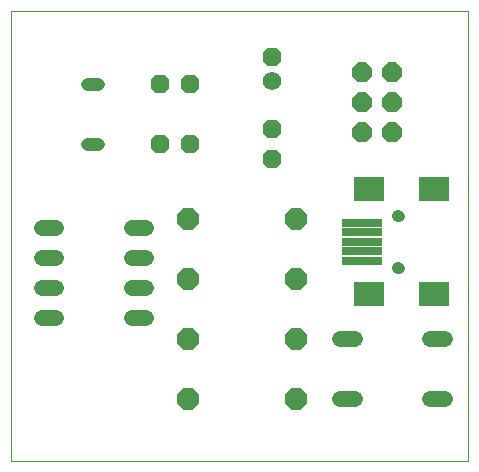
<source format=gts>
G75*
%MOIN*%
%OFA0B0*%
%FSLAX24Y24*%
%IPPOS*%
%LPD*%
%AMOC8*
5,1,8,0,0,1.08239X$1,22.5*
%
%ADD10C,0.0000*%
%ADD11OC8,0.0620*%
%ADD12C,0.0620*%
%ADD13C,0.0540*%
%ADD14C,0.0440*%
%ADD15OC8,0.0720*%
%ADD16R,0.1044X0.0847*%
%ADD17R,0.1359X0.0257*%
%ADD18C,0.0414*%
%ADD19OC8,0.0660*%
D10*
X000180Y000180D02*
X000180Y015176D01*
X015400Y015176D01*
X015400Y000180D01*
X000180Y000180D01*
X012903Y006614D02*
X012905Y006640D01*
X012911Y006666D01*
X012921Y006691D01*
X012934Y006714D01*
X012950Y006734D01*
X012970Y006752D01*
X012992Y006767D01*
X013015Y006779D01*
X013041Y006787D01*
X013067Y006791D01*
X013093Y006791D01*
X013119Y006787D01*
X013145Y006779D01*
X013169Y006767D01*
X013190Y006752D01*
X013210Y006734D01*
X013226Y006714D01*
X013239Y006691D01*
X013249Y006666D01*
X013255Y006640D01*
X013257Y006614D01*
X013255Y006588D01*
X013249Y006562D01*
X013239Y006537D01*
X013226Y006514D01*
X013210Y006494D01*
X013190Y006476D01*
X013168Y006461D01*
X013145Y006449D01*
X013119Y006441D01*
X013093Y006437D01*
X013067Y006437D01*
X013041Y006441D01*
X013015Y006449D01*
X012991Y006461D01*
X012970Y006476D01*
X012950Y006494D01*
X012934Y006514D01*
X012921Y006537D01*
X012911Y006562D01*
X012905Y006588D01*
X012903Y006614D01*
X012903Y008346D02*
X012905Y008372D01*
X012911Y008398D01*
X012921Y008423D01*
X012934Y008446D01*
X012950Y008466D01*
X012970Y008484D01*
X012992Y008499D01*
X013015Y008511D01*
X013041Y008519D01*
X013067Y008523D01*
X013093Y008523D01*
X013119Y008519D01*
X013145Y008511D01*
X013169Y008499D01*
X013190Y008484D01*
X013210Y008466D01*
X013226Y008446D01*
X013239Y008423D01*
X013249Y008398D01*
X013255Y008372D01*
X013257Y008346D01*
X013255Y008320D01*
X013249Y008294D01*
X013239Y008269D01*
X013226Y008246D01*
X013210Y008226D01*
X013190Y008208D01*
X013168Y008193D01*
X013145Y008181D01*
X013119Y008173D01*
X013093Y008169D01*
X013067Y008169D01*
X013041Y008173D01*
X013015Y008181D01*
X012991Y008193D01*
X012970Y008208D01*
X012950Y008226D01*
X012934Y008246D01*
X012921Y008269D01*
X012911Y008294D01*
X012905Y008320D01*
X012903Y008346D01*
D11*
X008880Y010230D03*
X008880Y011230D03*
X008880Y013630D03*
X006130Y012730D03*
X005130Y012730D03*
X005130Y010730D03*
X006130Y010730D03*
D12*
X008880Y012830D03*
D13*
X004670Y007930D02*
X004190Y007930D01*
X004190Y006930D02*
X004670Y006930D01*
X004670Y005930D02*
X004190Y005930D01*
X004190Y004930D02*
X004670Y004930D01*
X001670Y004930D02*
X001190Y004930D01*
X001190Y005930D02*
X001670Y005930D01*
X001670Y006930D02*
X001190Y006930D01*
X001190Y007930D02*
X001670Y007930D01*
X011140Y004230D02*
X011620Y004230D01*
X011620Y002230D02*
X011140Y002230D01*
X014140Y002230D02*
X014620Y002230D01*
X014620Y004230D02*
X014140Y004230D01*
D14*
X003070Y010730D02*
X002690Y010730D01*
X002690Y012730D02*
X003070Y012730D01*
D15*
X006080Y008230D03*
X006080Y006230D03*
X006080Y004230D03*
X006080Y002230D03*
X009680Y002230D03*
X009680Y004230D03*
X009680Y006230D03*
X009680Y008230D03*
D16*
X012096Y009232D03*
X014261Y009232D03*
X014261Y005728D03*
X012096Y005728D03*
D17*
X011860Y006850D03*
X011860Y007165D03*
X011860Y007480D03*
X011860Y007795D03*
X011860Y008110D03*
D18*
X013080Y008346D03*
X013080Y006614D03*
D19*
X012880Y011130D03*
X012880Y012130D03*
X012880Y013130D03*
X011880Y013130D03*
X011880Y012130D03*
X011880Y011130D03*
M02*

</source>
